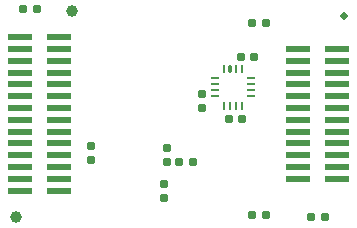
<source format=gbr>
%TF.GenerationSoftware,KiCad,Pcbnew,8.0.0*%
%TF.CreationDate,2024-09-22T12:37:06-04:00*%
%TF.ProjectId,MainBoard,4d61696e-426f-4617-9264-2e6b69636164,rev?*%
%TF.SameCoordinates,Original*%
%TF.FileFunction,Soldermask,Bot*%
%TF.FilePolarity,Negative*%
%FSLAX46Y46*%
G04 Gerber Fmt 4.6, Leading zero omitted, Abs format (unit mm)*
G04 Created by KiCad (PCBNEW 8.0.0) date 2024-09-22 12:37:06*
%MOMM*%
%LPD*%
G01*
G04 APERTURE LIST*
G04 Aperture macros list*
%AMRoundRect*
0 Rectangle with rounded corners*
0 $1 Rounding radius*
0 $2 $3 $4 $5 $6 $7 $8 $9 X,Y pos of 4 corners*
0 Add a 4 corners polygon primitive as box body*
4,1,4,$2,$3,$4,$5,$6,$7,$8,$9,$2,$3,0*
0 Add four circle primitives for the rounded corners*
1,1,$1+$1,$2,$3*
1,1,$1+$1,$4,$5*
1,1,$1+$1,$6,$7*
1,1,$1+$1,$8,$9*
0 Add four rect primitives between the rounded corners*
20,1,$1+$1,$2,$3,$4,$5,0*
20,1,$1+$1,$4,$5,$6,$7,0*
20,1,$1+$1,$6,$7,$8,$9,0*
20,1,$1+$1,$8,$9,$2,$3,0*%
G04 Aperture macros list end*
%ADD10C,0.350000*%
%ADD11C,1.000000*%
%ADD12RoundRect,0.160000X-0.197500X-0.160000X0.197500X-0.160000X0.197500X0.160000X-0.197500X0.160000X0*%
%ADD13RoundRect,0.160000X0.160000X-0.197500X0.160000X0.197500X-0.160000X0.197500X-0.160000X-0.197500X0*%
%ADD14R,2.000000X0.500000*%
%ADD15RoundRect,0.155000X0.212500X0.155000X-0.212500X0.155000X-0.212500X-0.155000X0.212500X-0.155000X0*%
%ADD16RoundRect,0.160000X-0.160000X0.197500X-0.160000X-0.197500X0.160000X-0.197500X0.160000X0.197500X0*%
%ADD17RoundRect,0.160000X0.197500X0.160000X-0.197500X0.160000X-0.197500X-0.160000X0.197500X-0.160000X0*%
%ADD18RoundRect,0.155000X-0.212500X-0.155000X0.212500X-0.155000X0.212500X0.155000X-0.212500X0.155000X0*%
%ADD19RoundRect,0.062500X-0.237500X-0.062500X0.237500X-0.062500X0.237500X0.062500X-0.237500X0.062500X0*%
%ADD20RoundRect,0.062500X-0.062500X-0.237500X0.062500X-0.237500X0.062500X0.237500X-0.062500X0.237500X0*%
%ADD21RoundRect,0.068750X-0.068750X-0.231250X0.068750X-0.231250X0.068750X0.231250X-0.068750X0.231250X0*%
G04 APERTURE END LIST*
D10*
X113975000Y-74600000D02*
G75*
G02*
X113625000Y-74600000I-175000J0D01*
G01*
X113625000Y-74600000D02*
G75*
G02*
X113975000Y-74600000I175000J0D01*
G01*
D11*
%TO.C,TP1*%
X86000000Y-91600000D03*
%TD*%
D12*
%TO.C,R2*%
X86602500Y-74000000D03*
X87797500Y-74000000D03*
%TD*%
D13*
%TO.C,R7*%
X98800000Y-86997500D03*
X98800000Y-85802500D03*
%TD*%
D12*
%TO.C,R6*%
X99802500Y-87000000D03*
X100997500Y-87000000D03*
%TD*%
D14*
%TO.C,J2*%
X113200000Y-77400000D03*
X109900000Y-77400000D03*
X113200000Y-78400000D03*
X109900000Y-78400000D03*
X113200000Y-79400000D03*
X109900000Y-79400000D03*
X113200000Y-80400000D03*
X109900000Y-80400000D03*
X113200000Y-81400000D03*
X109900000Y-81400000D03*
X113200000Y-82400000D03*
X109900000Y-82400000D03*
X113200000Y-83400000D03*
X109900000Y-83400000D03*
X113200000Y-84400000D03*
X109900000Y-84400000D03*
X113200000Y-85400000D03*
X109900000Y-85400000D03*
X113200000Y-86400000D03*
X109900000Y-86400000D03*
X113200000Y-87400000D03*
X109900000Y-87400000D03*
X113200000Y-88400000D03*
X109900000Y-88400000D03*
%TD*%
D15*
%TO.C,C7*%
X107167500Y-91500000D03*
X106032500Y-91500000D03*
%TD*%
D16*
%TO.C,R10*%
X92400000Y-85602500D03*
X92400000Y-86797500D03*
%TD*%
D13*
%TO.C,R8*%
X98600000Y-89997500D03*
X98600000Y-88802500D03*
%TD*%
D17*
%TO.C,R5*%
X112195000Y-91600000D03*
X111000000Y-91600000D03*
%TD*%
D18*
%TO.C,C4*%
X105072500Y-78093125D03*
X106207500Y-78093125D03*
%TD*%
D13*
%TO.C,R13*%
X101800000Y-82397500D03*
X101800000Y-81202500D03*
%TD*%
D12*
%TO.C,R11*%
X106002500Y-75200000D03*
X107197500Y-75200000D03*
%TD*%
D18*
%TO.C,C2*%
X104072501Y-83293125D03*
X105207501Y-83293125D03*
%TD*%
D14*
%TO.C,J3*%
X89700000Y-76400000D03*
X86400000Y-76400000D03*
X89700000Y-77400000D03*
X86400000Y-77400000D03*
X89700000Y-78400000D03*
X86400000Y-78400000D03*
X89700000Y-79400000D03*
X86400000Y-79400000D03*
X89700000Y-80400000D03*
X86400000Y-80400000D03*
X89700000Y-81400000D03*
X86400000Y-81400000D03*
X89700000Y-82400000D03*
X86400000Y-82400000D03*
X89700000Y-83400000D03*
X86400000Y-83400000D03*
X89700000Y-84400000D03*
X86400000Y-84400000D03*
X89700000Y-85400000D03*
X86400000Y-85400000D03*
X89700000Y-86400000D03*
X86400000Y-86400000D03*
X89700000Y-87400000D03*
X86400000Y-87400000D03*
X89700000Y-88400000D03*
X86400000Y-88400000D03*
X89700000Y-89400000D03*
X86400000Y-89400000D03*
%TD*%
D11*
%TO.C,TP3*%
X90800000Y-74200000D03*
%TD*%
D19*
%TO.C,U5*%
X102850000Y-81403125D03*
X102850000Y-80903125D03*
X102850000Y-80403125D03*
X102850000Y-79903125D03*
D20*
X103650000Y-79103125D03*
D21*
X104162500Y-79103125D03*
D20*
X104650000Y-79103125D03*
X105150000Y-79103125D03*
D19*
X105950000Y-79903125D03*
X105950000Y-80403125D03*
X105950000Y-80903125D03*
X105950000Y-81403125D03*
D20*
X105150000Y-82203125D03*
X104650000Y-82203125D03*
X104150000Y-82203125D03*
X103650000Y-82203125D03*
%TD*%
M02*

</source>
